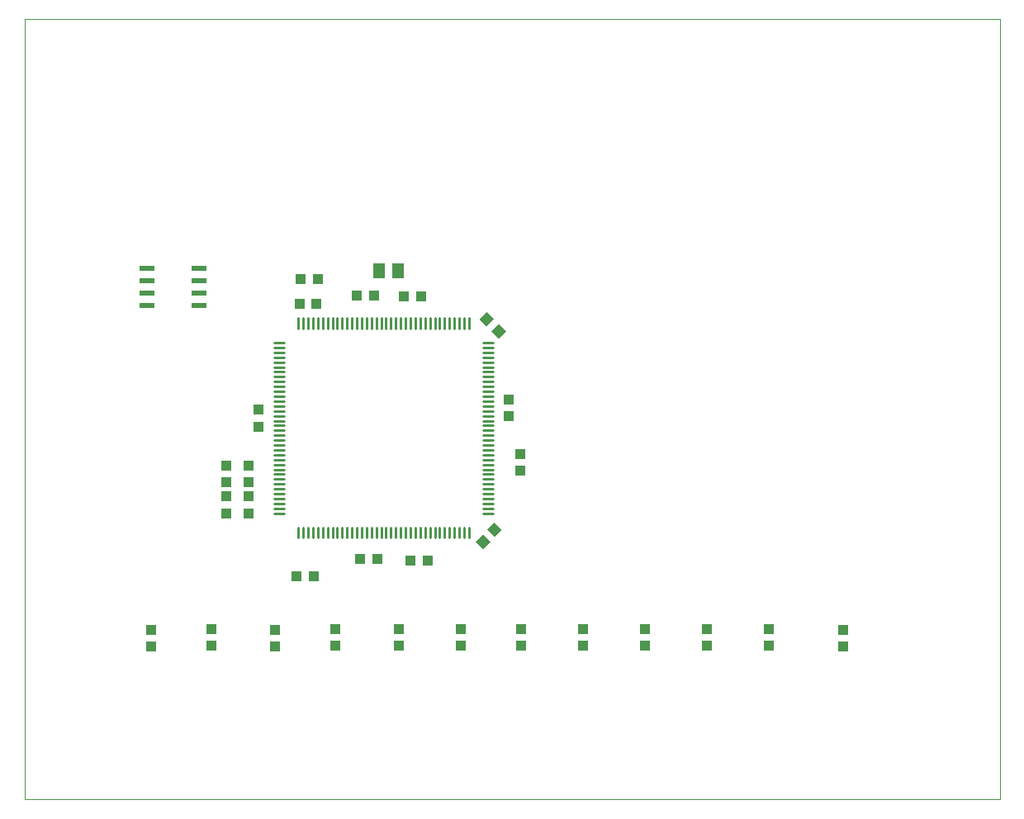
<source format=gtp>
G75*
%MOIN*%
%OFA0B0*%
%FSLAX25Y25*%
%IPPOS*%
%LPD*%
%AMOC8*
5,1,8,0,0,1.08239X$1,22.5*
%
%ADD10C,0.00000*%
%ADD11C,0.01142*%
%ADD12R,0.04134X0.04252*%
%ADD13R,0.04252X0.04134*%
%ADD14R,0.05118X0.06299*%
%ADD15R,0.06299X0.02362*%
%ADD16R,0.04331X0.03937*%
D10*
X0003500Y0001000D02*
X0003500Y0315961D01*
X0397201Y0315961D01*
X0397201Y0001000D01*
X0003500Y0001000D01*
D11*
X0114051Y0106690D02*
X0114051Y0110862D01*
X0116020Y0110862D02*
X0116020Y0106690D01*
X0117988Y0106690D02*
X0117988Y0110862D01*
X0119957Y0110862D02*
X0119957Y0106690D01*
X0121925Y0106690D02*
X0121925Y0110862D01*
X0123894Y0110862D02*
X0123894Y0106690D01*
X0125862Y0106690D02*
X0125862Y0110862D01*
X0127831Y0110862D02*
X0127831Y0106690D01*
X0129799Y0106690D02*
X0129799Y0110862D01*
X0131768Y0110862D02*
X0131768Y0106690D01*
X0133736Y0106690D02*
X0133736Y0110862D01*
X0135705Y0110862D02*
X0135705Y0106690D01*
X0137673Y0106690D02*
X0137673Y0110862D01*
X0139642Y0110862D02*
X0139642Y0106690D01*
X0141610Y0106690D02*
X0141610Y0110862D01*
X0143579Y0110862D02*
X0143579Y0106690D01*
X0145547Y0106690D02*
X0145547Y0110862D01*
X0147516Y0110862D02*
X0147516Y0106690D01*
X0149484Y0106690D02*
X0149484Y0110862D01*
X0151453Y0110862D02*
X0151453Y0106690D01*
X0153421Y0106690D02*
X0153421Y0110862D01*
X0155390Y0110862D02*
X0155390Y0106690D01*
X0157358Y0106690D02*
X0157358Y0110862D01*
X0159327Y0110862D02*
X0159327Y0106690D01*
X0161295Y0106690D02*
X0161295Y0110862D01*
X0163264Y0110862D02*
X0163264Y0106690D01*
X0165232Y0106690D02*
X0165232Y0110862D01*
X0167201Y0110862D02*
X0167201Y0106690D01*
X0169169Y0106690D02*
X0169169Y0110862D01*
X0171138Y0110862D02*
X0171138Y0106690D01*
X0173106Y0106690D02*
X0173106Y0110862D01*
X0175075Y0110862D02*
X0175075Y0106690D01*
X0177043Y0106690D02*
X0177043Y0110862D01*
X0179012Y0110862D02*
X0179012Y0106690D01*
X0180980Y0106690D02*
X0180980Y0110862D01*
X0182949Y0110862D02*
X0182949Y0106690D01*
X0188638Y0116551D02*
X0192810Y0116551D01*
X0192810Y0118520D02*
X0188638Y0118520D01*
X0188638Y0120488D02*
X0192810Y0120488D01*
X0192810Y0122457D02*
X0188638Y0122457D01*
X0188638Y0124425D02*
X0192810Y0124425D01*
X0192810Y0126394D02*
X0188638Y0126394D01*
X0188638Y0128362D02*
X0192810Y0128362D01*
X0192810Y0130331D02*
X0188638Y0130331D01*
X0188638Y0132299D02*
X0192810Y0132299D01*
X0192810Y0134268D02*
X0188638Y0134268D01*
X0188638Y0136236D02*
X0192810Y0136236D01*
X0192810Y0138205D02*
X0188638Y0138205D01*
X0188638Y0140173D02*
X0192810Y0140173D01*
X0192810Y0142142D02*
X0188638Y0142142D01*
X0188638Y0144110D02*
X0192810Y0144110D01*
X0192810Y0146079D02*
X0188638Y0146079D01*
X0188638Y0148047D02*
X0192810Y0148047D01*
X0192810Y0150016D02*
X0188638Y0150016D01*
X0188638Y0151984D02*
X0192810Y0151984D01*
X0192810Y0153953D02*
X0188638Y0153953D01*
X0188638Y0155921D02*
X0192810Y0155921D01*
X0192810Y0157890D02*
X0188638Y0157890D01*
X0188638Y0159858D02*
X0192810Y0159858D01*
X0192810Y0161827D02*
X0188638Y0161827D01*
X0188638Y0163795D02*
X0192810Y0163795D01*
X0192810Y0165764D02*
X0188638Y0165764D01*
X0188638Y0167732D02*
X0192810Y0167732D01*
X0192810Y0169701D02*
X0188638Y0169701D01*
X0188638Y0171669D02*
X0192810Y0171669D01*
X0192810Y0173638D02*
X0188638Y0173638D01*
X0188638Y0175606D02*
X0192810Y0175606D01*
X0192810Y0177575D02*
X0188638Y0177575D01*
X0188638Y0179543D02*
X0192810Y0179543D01*
X0192810Y0181512D02*
X0188638Y0181512D01*
X0188638Y0183480D02*
X0192810Y0183480D01*
X0192810Y0185449D02*
X0188638Y0185449D01*
X0182949Y0191138D02*
X0182949Y0195310D01*
X0180980Y0195310D02*
X0180980Y0191138D01*
X0179012Y0191138D02*
X0179012Y0195310D01*
X0177043Y0195310D02*
X0177043Y0191138D01*
X0175075Y0191138D02*
X0175075Y0195310D01*
X0173106Y0195310D02*
X0173106Y0191138D01*
X0171138Y0191138D02*
X0171138Y0195310D01*
X0169169Y0195310D02*
X0169169Y0191138D01*
X0167201Y0191138D02*
X0167201Y0195310D01*
X0165232Y0195310D02*
X0165232Y0191138D01*
X0163264Y0191138D02*
X0163264Y0195310D01*
X0161295Y0195310D02*
X0161295Y0191138D01*
X0159327Y0191138D02*
X0159327Y0195310D01*
X0157358Y0195310D02*
X0157358Y0191138D01*
X0155390Y0191138D02*
X0155390Y0195310D01*
X0153421Y0195310D02*
X0153421Y0191138D01*
X0151453Y0191138D02*
X0151453Y0195310D01*
X0149484Y0195310D02*
X0149484Y0191138D01*
X0147516Y0191138D02*
X0147516Y0195310D01*
X0145547Y0195310D02*
X0145547Y0191138D01*
X0143579Y0191138D02*
X0143579Y0195310D01*
X0141610Y0195310D02*
X0141610Y0191138D01*
X0139642Y0191138D02*
X0139642Y0195310D01*
X0137673Y0195310D02*
X0137673Y0191138D01*
X0135705Y0191138D02*
X0135705Y0195310D01*
X0133736Y0195310D02*
X0133736Y0191138D01*
X0131768Y0191138D02*
X0131768Y0195310D01*
X0129799Y0195310D02*
X0129799Y0191138D01*
X0127831Y0191138D02*
X0127831Y0195310D01*
X0125862Y0195310D02*
X0125862Y0191138D01*
X0123894Y0191138D02*
X0123894Y0195310D01*
X0121925Y0195310D02*
X0121925Y0191138D01*
X0119957Y0191138D02*
X0119957Y0195310D01*
X0117988Y0195310D02*
X0117988Y0191138D01*
X0116020Y0191138D02*
X0116020Y0195310D01*
X0114051Y0195310D02*
X0114051Y0191138D01*
X0108362Y0185449D02*
X0104190Y0185449D01*
X0104190Y0183480D02*
X0108362Y0183480D01*
X0108362Y0181512D02*
X0104190Y0181512D01*
X0104190Y0179543D02*
X0108362Y0179543D01*
X0108362Y0177575D02*
X0104190Y0177575D01*
X0104190Y0175606D02*
X0108362Y0175606D01*
X0108362Y0173638D02*
X0104190Y0173638D01*
X0104190Y0171669D02*
X0108362Y0171669D01*
X0108362Y0169701D02*
X0104190Y0169701D01*
X0104190Y0167732D02*
X0108362Y0167732D01*
X0108362Y0165764D02*
X0104190Y0165764D01*
X0104190Y0163795D02*
X0108362Y0163795D01*
X0108362Y0161827D02*
X0104190Y0161827D01*
X0104190Y0159858D02*
X0108362Y0159858D01*
X0108362Y0157890D02*
X0104190Y0157890D01*
X0104190Y0155921D02*
X0108362Y0155921D01*
X0108362Y0153953D02*
X0104190Y0153953D01*
X0104190Y0151984D02*
X0108362Y0151984D01*
X0108362Y0150016D02*
X0104190Y0150016D01*
X0104190Y0148047D02*
X0108362Y0148047D01*
X0108362Y0146079D02*
X0104190Y0146079D01*
X0104190Y0144110D02*
X0108362Y0144110D01*
X0108362Y0142142D02*
X0104190Y0142142D01*
X0104190Y0140173D02*
X0108362Y0140173D01*
X0108362Y0138205D02*
X0104190Y0138205D01*
X0104190Y0136236D02*
X0108362Y0136236D01*
X0108362Y0134268D02*
X0104190Y0134268D01*
X0104190Y0132299D02*
X0108362Y0132299D01*
X0108362Y0130331D02*
X0104190Y0130331D01*
X0104190Y0128362D02*
X0108362Y0128362D01*
X0108362Y0126394D02*
X0104190Y0126394D01*
X0104190Y0124425D02*
X0108362Y0124425D01*
X0108362Y0122457D02*
X0104190Y0122457D01*
X0104190Y0120488D02*
X0108362Y0120488D01*
X0108362Y0118520D02*
X0104190Y0118520D01*
X0104190Y0116551D02*
X0108362Y0116551D01*
D12*
X0138969Y0098000D03*
X0145859Y0098000D03*
X0159469Y0097500D03*
X0166359Y0097500D03*
G36*
X0185600Y0105105D02*
X0188523Y0108028D01*
X0191528Y0105023D01*
X0188605Y0102100D01*
X0185600Y0105105D01*
G37*
G36*
X0190472Y0109977D02*
X0193395Y0112900D01*
X0196400Y0109895D01*
X0193477Y0106972D01*
X0190472Y0109977D01*
G37*
X0120359Y0091000D03*
X0113469Y0091000D03*
G36*
X0194895Y0187100D02*
X0191972Y0190023D01*
X0194977Y0193028D01*
X0197900Y0190105D01*
X0194895Y0187100D01*
G37*
G36*
X0190023Y0191972D02*
X0187100Y0194895D01*
X0190105Y0197900D01*
X0193028Y0194977D01*
X0190023Y0191972D01*
G37*
X0163531Y0204000D03*
X0156641Y0204000D03*
X0144531Y0204500D03*
X0137641Y0204500D03*
X0121445Y0201000D03*
X0114555Y0201000D03*
X0115055Y0211000D03*
X0121945Y0211000D03*
D13*
X0098000Y0158359D03*
X0098000Y0151469D03*
X0094000Y0135859D03*
X0094000Y0128969D03*
X0094000Y0123359D03*
X0094000Y0116469D03*
X0085000Y0116469D03*
X0085000Y0123359D03*
X0085000Y0128969D03*
X0085000Y0135859D03*
X0199000Y0155641D03*
X0199000Y0162531D03*
X0203500Y0140531D03*
X0203500Y0133641D03*
D14*
X0154437Y0214500D03*
X0146563Y0214500D03*
D15*
X0073949Y0215500D03*
X0073949Y0210500D03*
X0073949Y0205500D03*
X0073949Y0200500D03*
X0053051Y0200539D03*
X0053051Y0205539D03*
X0053051Y0210539D03*
X0053051Y0215500D03*
D16*
X0054500Y0069346D03*
X0054500Y0062654D03*
X0079000Y0063154D03*
X0079000Y0069846D03*
X0104500Y0069346D03*
X0104500Y0062654D03*
X0129000Y0063154D03*
X0129000Y0069846D03*
X0154500Y0069846D03*
X0154500Y0063154D03*
X0179500Y0063154D03*
X0179500Y0069846D03*
X0204000Y0069846D03*
X0204000Y0063154D03*
X0229000Y0063154D03*
X0229000Y0069846D03*
X0254000Y0069846D03*
X0254000Y0063154D03*
X0279000Y0063154D03*
X0279000Y0069846D03*
X0304000Y0069846D03*
X0304000Y0063154D03*
X0334000Y0062654D03*
X0334000Y0069346D03*
M02*

</source>
